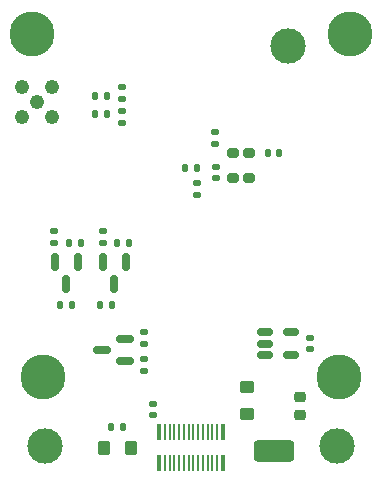
<source format=gbr>
%TF.GenerationSoftware,KiCad,Pcbnew,9.0.0*%
%TF.CreationDate,2025-11-27T12:56:11-07:00*%
%TF.ProjectId,OSS-Radio_2M70CM,4f53532d-5261-4646-996f-5f324d373043,rev?*%
%TF.SameCoordinates,Original*%
%TF.FileFunction,Soldermask,Bot*%
%TF.FilePolarity,Negative*%
%FSLAX46Y46*%
G04 Gerber Fmt 4.6, Leading zero omitted, Abs format (unit mm)*
G04 Created by KiCad (PCBNEW 9.0.0) date 2025-11-27 12:56:11*
%MOMM*%
%LPD*%
G01*
G04 APERTURE LIST*
G04 Aperture macros list*
%AMRoundRect*
0 Rectangle with rounded corners*
0 $1 Rounding radius*
0 $2 $3 $4 $5 $6 $7 $8 $9 X,Y pos of 4 corners*
0 Add a 4 corners polygon primitive as box body*
4,1,4,$2,$3,$4,$5,$6,$7,$8,$9,$2,$3,0*
0 Add four circle primitives for the rounded corners*
1,1,$1+$1,$2,$3*
1,1,$1+$1,$4,$5*
1,1,$1+$1,$6,$7*
1,1,$1+$1,$8,$9*
0 Add four rect primitives between the rounded corners*
20,1,$1+$1,$2,$3,$4,$5,0*
20,1,$1+$1,$4,$5,$6,$7,0*
20,1,$1+$1,$6,$7,$8,$9,0*
20,1,$1+$1,$8,$9,$2,$3,0*%
G04 Aperture macros list end*
%ADD10C,3.800000*%
%ADD11C,3.000000*%
%ADD12C,1.240000*%
%ADD13R,0.127000X1.320800*%
%ADD14R,0.355600X1.320800*%
%ADD15RoundRect,0.135000X0.185000X-0.135000X0.185000X0.135000X-0.185000X0.135000X-0.185000X-0.135000X0*%
%ADD16RoundRect,0.135000X0.135000X0.185000X-0.135000X0.185000X-0.135000X-0.185000X0.135000X-0.185000X0*%
%ADD17RoundRect,0.150000X-0.150000X0.587500X-0.150000X-0.587500X0.150000X-0.587500X0.150000X0.587500X0*%
%ADD18RoundRect,0.150000X-0.512500X-0.150000X0.512500X-0.150000X0.512500X0.150000X-0.512500X0.150000X0*%
%ADD19RoundRect,0.140000X-0.170000X0.140000X-0.170000X-0.140000X0.170000X-0.140000X0.170000X0.140000X0*%
%ADD20RoundRect,0.225000X0.250000X-0.225000X0.250000X0.225000X-0.250000X0.225000X-0.250000X-0.225000X0*%
%ADD21RoundRect,0.135000X-0.185000X0.135000X-0.185000X-0.135000X0.185000X-0.135000X0.185000X0.135000X0*%
%ADD22RoundRect,0.135000X-0.135000X-0.185000X0.135000X-0.185000X0.135000X0.185000X-0.135000X0.185000X0*%
%ADD23RoundRect,0.250000X0.350000X-0.275000X0.350000X0.275000X-0.350000X0.275000X-0.350000X-0.275000X0*%
%ADD24RoundRect,0.140000X0.170000X-0.140000X0.170000X0.140000X-0.170000X0.140000X-0.170000X-0.140000X0*%
%ADD25RoundRect,0.250000X-0.275000X-0.350000X0.275000X-0.350000X0.275000X0.350000X-0.275000X0.350000X0*%
%ADD26RoundRect,0.200000X-0.300000X-0.200000X0.300000X-0.200000X0.300000X0.200000X-0.300000X0.200000X0*%
%ADD27RoundRect,0.150000X0.587500X0.150000X-0.587500X0.150000X-0.587500X-0.150000X0.587500X-0.150000X0*%
%ADD28RoundRect,0.140000X-0.140000X-0.170000X0.140000X-0.170000X0.140000X0.170000X-0.140000X0.170000X0*%
%ADD29RoundRect,0.250000X-1.450000X-0.650000X1.450000X-0.650000X1.450000X0.650000X-1.450000X0.650000X0*%
G04 APERTURE END LIST*
D10*
%TO.C,H3*%
X137500000Y-111000000D03*
%TD*%
%TO.C,H2*%
X136500000Y-82000000D03*
%TD*%
%TO.C,H1*%
X163500000Y-82000000D03*
%TD*%
D11*
%TO.C,MP1*%
X137625000Y-116875000D03*
%TD*%
%TO.C,MP2*%
X158250000Y-83000000D03*
%TD*%
D10*
%TO.C,H4*%
X162500000Y-111000000D03*
%TD*%
D11*
%TO.C,MP3*%
X162375000Y-116875000D03*
%TD*%
D12*
%TO.C,AE2*%
X136919874Y-87750000D03*
X138189874Y-89020000D03*
X138189874Y-86480000D03*
X135649874Y-89020000D03*
X135649874Y-86480000D03*
%TD*%
D13*
%TO.C,J1*%
X152200001Y-115717300D03*
X152200001Y-118282700D03*
X151799999Y-115717300D03*
X151799999Y-118282700D03*
X151400000Y-115717300D03*
X151400000Y-118282700D03*
X151000001Y-115717300D03*
X151000001Y-118282700D03*
X150599999Y-115717300D03*
X150599999Y-118282700D03*
X150200000Y-115717300D03*
X150200000Y-118282700D03*
X149800000Y-115717300D03*
X149800000Y-118282700D03*
X149400001Y-115717300D03*
X149400001Y-118282700D03*
X148999999Y-115717300D03*
X148999999Y-118282700D03*
X148600000Y-115717300D03*
X148600000Y-118282700D03*
X148200001Y-115717300D03*
X148200001Y-118282700D03*
X147799999Y-115717300D03*
X147799999Y-118282700D03*
D14*
X147325000Y-118278890D03*
X152675000Y-118278890D03*
X147325000Y-115721110D03*
X152675000Y-115721110D03*
%TD*%
D15*
%TO.C,R22*%
X142520000Y-99697500D03*
X142520000Y-98677500D03*
%TD*%
D16*
%TO.C,R18*%
X142910000Y-88753300D03*
X141890000Y-88753300D03*
%TD*%
%TO.C,R10*%
X140700000Y-99687500D03*
X139680000Y-99687500D03*
%TD*%
D17*
%TO.C,Q1*%
X142570000Y-101275000D03*
X144470000Y-101275000D03*
X143520000Y-103150000D03*
%TD*%
D16*
%TO.C,R11*%
X144780000Y-99687500D03*
X143760000Y-99687500D03*
%TD*%
D18*
%TO.C,U6*%
X156225000Y-109150000D03*
X156225000Y-108200000D03*
X156225000Y-107250000D03*
X158500000Y-107250000D03*
X158500000Y-109150000D03*
%TD*%
D19*
%TO.C,C59*%
X152125000Y-93220000D03*
X152125000Y-94180000D03*
%TD*%
%TO.C,C20*%
X160112500Y-107720000D03*
X160112500Y-108680000D03*
%TD*%
D20*
%TO.C,C23*%
X159250000Y-114275000D03*
X159250000Y-112725000D03*
%TD*%
D21*
%TO.C,R23*%
X138440000Y-98677500D03*
X138440000Y-99697500D03*
%TD*%
D15*
%TO.C,R25*%
X152000000Y-91260000D03*
X152000000Y-90240000D03*
%TD*%
%TO.C,R27*%
X146000000Y-108260000D03*
X146000000Y-107240000D03*
%TD*%
D17*
%TO.C,Q2*%
X138500000Y-101275000D03*
X140400000Y-101275000D03*
X139450000Y-103150000D03*
%TD*%
D21*
%TO.C,R21*%
X144150000Y-86493300D03*
X144150000Y-87513300D03*
%TD*%
D22*
%TO.C,R26*%
X143240000Y-115250000D03*
X144260000Y-115250000D03*
%TD*%
%TO.C,R13*%
X149490000Y-93350000D03*
X150510000Y-93350000D03*
%TD*%
D23*
%TO.C,FB1*%
X154750000Y-114150000D03*
X154750000Y-111850000D03*
%TD*%
D16*
%TO.C,R9*%
X139950000Y-104900000D03*
X138930000Y-104900000D03*
%TD*%
D24*
%TO.C,C15*%
X146750000Y-114230000D03*
X146750000Y-113270000D03*
%TD*%
D21*
%TO.C,R14*%
X150500000Y-94590000D03*
X150500000Y-95610000D03*
%TD*%
D25*
%TO.C,FB2*%
X142600000Y-117000000D03*
X144900000Y-117000000D03*
%TD*%
D15*
%TO.C,R19*%
X144150000Y-89513300D03*
X144150000Y-88493300D03*
%TD*%
D26*
%TO.C,Y4*%
X153550000Y-94150000D03*
X153550000Y-92050000D03*
X154950000Y-92050000D03*
X154950000Y-94150000D03*
%TD*%
D27*
%TO.C,Q3*%
X144375000Y-107800000D03*
X144375000Y-109700000D03*
X142500000Y-108750000D03*
%TD*%
D16*
%TO.C,R20*%
X142910000Y-87253300D03*
X141890000Y-87253300D03*
%TD*%
D28*
%TO.C,C58*%
X156520000Y-92100000D03*
X157480000Y-92100000D03*
%TD*%
D22*
%TO.C,R8*%
X142260000Y-104900000D03*
X143280000Y-104900000D03*
%TD*%
D29*
%TO.C,TP24*%
X157000000Y-117250000D03*
%TD*%
D21*
%TO.C,R28*%
X146000000Y-109490000D03*
X146000000Y-110510000D03*
%TD*%
M02*

</source>
